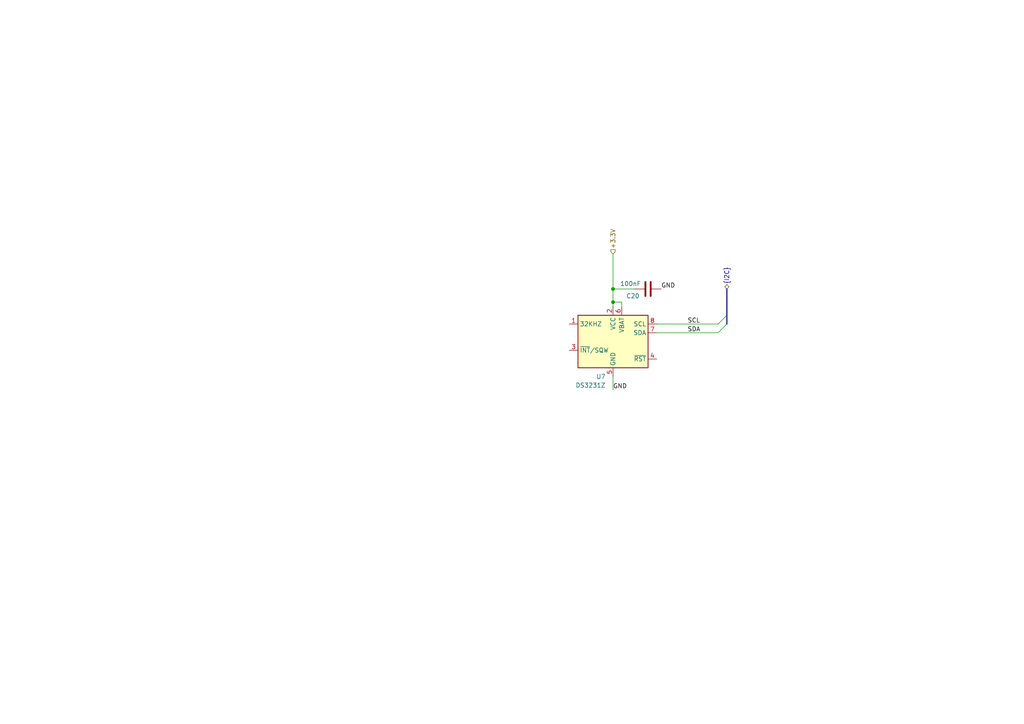
<source format=kicad_sch>
(kicad_sch (version 20250114) (generator "eeschema") (generator_version "9.0")
  (paper "A4")
  (lib_symbols
    (symbol "CREPP_RTC:DS3231Z"
      (property "Reference" "U" (at -7.62 8.89 0))
      (property "Value" "DS3231Z" (at 11.43 8.89 0))
      (symbol "DS3231Z_0_1"
        (rectangle (start -10.16 7.62) (end 10.16 -7.62) (stroke (width 0.254)) (fill (type background)))
      )
      (symbol "DS3231Z_1_1"
        (pin input line (at -12.7 5.08 0) (length 2.54) (name "SCL") (number "8"))
        (pin bidirectional line (at -12.7 2.54 0) (length 2.54) (name "SDA") (number "7"))
        (pin bidirectional line (at -12.7 -5.08 0) (length 2.54) (name "~{RST}") (number "4"))
        (pin power_in line (at -2.54 10.16 270) (length 2.54) (name "VBAT") (number "6"))
        (pin power_in line (at 0 10.16 270) (length 2.54) (name "VCC") (number "2"))
        (pin power_in line (at 0 -10.16 90) (length 2.54) (name "GND") (number "5"))
        (pin open_collector line (at 12.7 5.08 180) (length 2.54) (name "32KHZ") (number "1"))
        (pin open_collector line (at 12.7 -2.54 180) (length 2.54) (name "~{INT}/SQW") (number "3"))
      )
    )
    (symbol "Device:C" (pin_numbers (hide yes)) (pin_names (offset 0.254))
      (property "Reference" "C" (at 0.635 2.54 0))
      (property "Value" "C" (at 0.635 -2.54 0))
      (symbol "C_0_1"
        (polyline (pts (xy -2.032 0.762) (xy 2.032 0.762)) (stroke (width 0.508)))
        (polyline (pts (xy -2.032 -0.762) (xy 2.032 -0.762)) (stroke (width 0.508)))
      )
      (symbol "C_1_1"
        (pin passive line (at 0 3.81 270) (length 2.794) (name "~") (number "1"))
        (pin passive line (at 0 -3.81 90) (length 2.794) (name "~") (number "2"))
      )
    )
  )
  (junction (at 177.8 87.63))
  (junction (at 177.8 83.82))
  (bus_entry (at 208.28 93.98) (size 2.54 -2.54))
  (bus_entry (at 208.28 96.52) (size 2.54 -2.54))
  (wire (pts (xy 177.8 83.82) (xy 177.8 87.63)))
  (wire (pts (xy 177.8 109.22) (xy 177.8 113.03)))
  (bus (pts (xy 210.82 83.82) (xy 210.82 91.44)))
  (wire (pts (xy 180.34 88.9) (xy 180.34 87.63)))
  (wire (pts (xy 177.8 87.63) (xy 180.34 87.63)))
  (wire (pts (xy 177.8 87.63) (xy 177.8 88.9)))
  (wire (pts (xy 177.8 73.66) (xy 177.8 83.82)))
  (wire (pts (xy 190.5 93.98) (xy 208.28 93.98)))
  (wire (pts (xy 177.8 83.82) (xy 184.15 83.82)))
  (wire (pts (xy 190.5 96.52) (xy 208.28 96.52)))
  (bus (pts (xy 210.82 91.44) (xy 210.82 93.98)))
  (label "SCL" (at 199.39 93.98 0))
  (label "GND" (at 191.77 83.82 0))
  (label "SDA" (at 199.39 96.52 0))
  (label "GND" (at 177.8 113.03 0))
  (hierarchical_label "+3.3V" (shape input) (at 177.8 73.66 90))
  (hierarchical_label "{I2C}" (shape bidirectional) (at 210.82 83.82 90))
  (symbol (lib_id "CREPP_RTC:DS3231Z") (at 177.8 99.06 0) (mirror y) (unit 1)
    (property "Reference" "U7" (at 175.6567 109.22 0) (effects (justify left)))
    (property "Value" "DS3231Z" (at 175.6567 111.76 0) (effects (justify left)))
    (property "Footprint" "Package_SO:SOIC-8_3.9x4.9mm_P1.27mm" (effects (hide yes)))
    (property "Datasheet" "http://datasheets.maximintegrated.com/en/ds/DS3231M.pdf" (effects (hide yes)))
    (property "Description" "±5ppm, I2C Real-Time Clock SOIC-8" (effects (hide yes)))
  )
  (symbol (lib_id "Device:C") (at 187.96 83.82 270) (unit 1)
    (property "Reference" "C20" (at 181.61 85.852 90) (effects (justify left)))
    (property "Value" "100nF" (at 179.832 82.296 90) (effects (justify left)))
    (property "Footprint" "Capacitor_SMD:C_0603_1608Metric_Pad1.08x0.95mm_HandSolder" (effects (hide yes)))
  )
)
</source>
